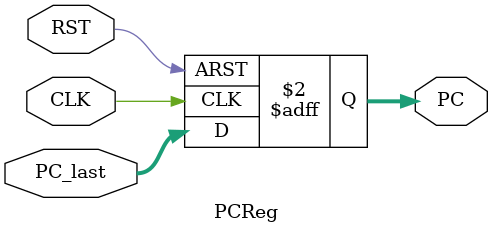
<source format=v>
`timescale 1ns / 1ps
module PCReg(input signed [31:0] PC_last,
				 input CLK, RST,
				 output reg signed [31:0] PC);

always @(posedge CLK or posedge RST) begin // Asynchronous reset.
	if(RST)
		PC <= 0;
	else
		PC <= PC_last;
end

endmodule

</source>
